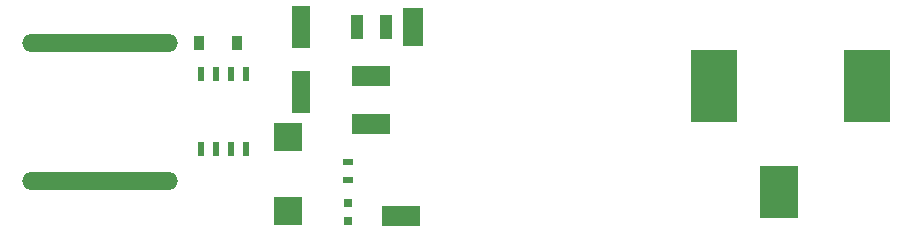
<source format=gtp>
G04 #@! TF.FileFunction,Paste,Top*
%FSLAX46Y46*%
G04 Gerber Fmt 4.6, Leading zero omitted, Abs format (unit mm)*
G04 Created by KiCad (PCBNEW 4.0.2+e4-6225~38~ubuntu15.04.1-stable) date Wed 22 Jun 2016 12:46:51 PM PDT*
%MOMM*%
G01*
G04 APERTURE LIST*
%ADD10C,0.100000*%
%ADD11R,1.600200X3.599180*%
%ADD12R,2.430000X2.370000*%
%ADD13R,0.910000X1.220000*%
%ADD14R,0.797560X0.797560*%
%ADD15R,1.140460X2.029460*%
%ADD16O,13.210000X1.520000*%
%ADD17R,0.900000X0.500000*%
%ADD18R,3.300000X1.700000*%
%ADD19R,1.700000X3.300000*%
%ADD20R,0.508000X1.143000*%
%ADD21R,3.900000X6.200000*%
%ADD22R,3.300000X4.400000*%
G04 APERTURE END LIST*
D10*
D11*
X136570000Y-92779180D03*
X136570000Y-98280820D03*
D12*
X135450000Y-102160000D03*
X135450000Y-108400000D03*
D13*
X127895000Y-94160000D03*
X131165000Y-94160000D03*
D14*
X140500000Y-109229300D03*
X140500000Y-107730700D03*
D15*
X143703960Y-92779180D03*
X141296040Y-92779180D03*
D16*
X119500000Y-94160000D03*
X119500000Y-105840000D03*
D17*
X140500000Y-105750000D03*
X140500000Y-104250000D03*
D18*
X142500000Y-101000000D03*
D19*
X146000000Y-92779180D03*
D18*
X142500000Y-97000000D03*
X145000000Y-108850000D03*
D20*
X128095000Y-96825000D03*
X129365000Y-96825000D03*
X130635000Y-96825000D03*
X131905000Y-96825000D03*
X131905000Y-103175000D03*
X130635000Y-103175000D03*
X129365000Y-103175000D03*
X128095000Y-103175000D03*
D21*
X171550000Y-97800000D03*
X184450000Y-97800000D03*
D22*
X177000000Y-106800000D03*
M02*

</source>
